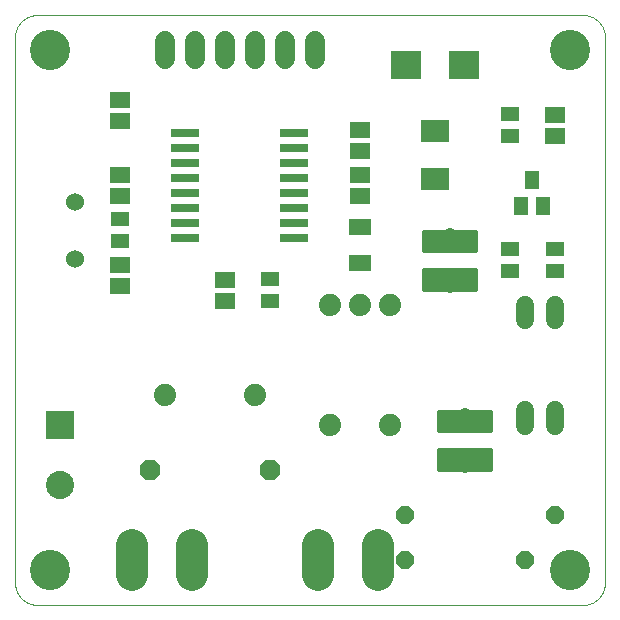
<source format=gts>
G75*
G70*
%OFA0B0*%
%FSLAX24Y24*%
%IPPOS*%
%LPD*%
%AMOC8*
5,1,8,0,0,1.08239X$1,22.5*
%
%ADD10C,0.0000*%
%ADD11C,0.1340*%
%ADD12R,0.0946X0.0316*%
%ADD13C,0.0600*%
%ADD14R,0.0651X0.0533*%
%ADD15R,0.0631X0.0493*%
%ADD16OC8,0.0680*%
%ADD17C,0.1080*%
%ADD18OC8,0.0600*%
%ADD19C,0.0600*%
%ADD20R,0.0940X0.0940*%
%ADD21C,0.0940*%
%ADD22C,0.0740*%
%ADD23C,0.0154*%
%ADD24R,0.1005X0.0966*%
%ADD25R,0.0730X0.0533*%
%ADD26R,0.0930X0.0781*%
%ADD27C,0.0680*%
%ADD28R,0.0474X0.0631*%
%ADD29C,0.0671*%
D10*
X000180Y000887D02*
X000180Y018998D01*
X000182Y019052D01*
X000187Y019105D01*
X000196Y019158D01*
X000209Y019210D01*
X000225Y019262D01*
X000245Y019312D01*
X000268Y019360D01*
X000295Y019407D01*
X000324Y019452D01*
X000357Y019495D01*
X000392Y019535D01*
X000430Y019573D01*
X000470Y019608D01*
X000513Y019641D01*
X000558Y019670D01*
X000605Y019697D01*
X000653Y019720D01*
X000703Y019740D01*
X000755Y019756D01*
X000807Y019769D01*
X000860Y019778D01*
X000913Y019783D01*
X000967Y019785D01*
X019078Y019785D01*
X019132Y019783D01*
X019185Y019778D01*
X019238Y019769D01*
X019290Y019756D01*
X019342Y019740D01*
X019392Y019720D01*
X019440Y019697D01*
X019487Y019670D01*
X019532Y019641D01*
X019575Y019608D01*
X019615Y019573D01*
X019653Y019535D01*
X019688Y019495D01*
X019721Y019452D01*
X019750Y019407D01*
X019777Y019360D01*
X019800Y019312D01*
X019820Y019262D01*
X019836Y019210D01*
X019849Y019158D01*
X019858Y019105D01*
X019863Y019052D01*
X019865Y018998D01*
X019865Y000887D01*
X019863Y000833D01*
X019858Y000780D01*
X019849Y000727D01*
X019836Y000675D01*
X019820Y000623D01*
X019800Y000573D01*
X019777Y000525D01*
X019750Y000478D01*
X019721Y000433D01*
X019688Y000390D01*
X019653Y000350D01*
X019615Y000312D01*
X019575Y000277D01*
X019532Y000244D01*
X019487Y000215D01*
X019440Y000188D01*
X019392Y000165D01*
X019342Y000145D01*
X019290Y000129D01*
X019238Y000116D01*
X019185Y000107D01*
X019132Y000102D01*
X019078Y000100D01*
X000967Y000100D01*
X000913Y000102D01*
X000860Y000107D01*
X000807Y000116D01*
X000755Y000129D01*
X000703Y000145D01*
X000653Y000165D01*
X000605Y000188D01*
X000558Y000215D01*
X000513Y000244D01*
X000470Y000277D01*
X000430Y000312D01*
X000392Y000350D01*
X000357Y000390D01*
X000324Y000433D01*
X000295Y000478D01*
X000268Y000525D01*
X000245Y000573D01*
X000225Y000623D01*
X000209Y000675D01*
X000196Y000727D01*
X000187Y000780D01*
X000182Y000833D01*
X000180Y000887D01*
D11*
X001361Y001281D03*
X018684Y001281D03*
X018684Y018604D03*
X001361Y018604D03*
D12*
X005869Y015850D03*
X005869Y015350D03*
X005869Y014850D03*
X005869Y014350D03*
X005869Y013850D03*
X005869Y013350D03*
X005869Y012850D03*
X005869Y012350D03*
X009491Y012350D03*
X009491Y012850D03*
X009491Y013350D03*
X009491Y013850D03*
X009491Y014350D03*
X009491Y014850D03*
X009491Y015350D03*
X009491Y015850D03*
D13*
X002180Y013550D03*
X002180Y011650D03*
D14*
X003680Y011454D03*
X003680Y010746D03*
X003680Y013746D03*
X003680Y014454D03*
X003680Y016246D03*
X003680Y016954D03*
X007180Y010954D03*
X007180Y010246D03*
X011680Y013746D03*
X011680Y014454D03*
X011680Y015246D03*
X011680Y015954D03*
X018180Y015746D03*
X018180Y016454D03*
D15*
X016680Y016474D03*
X016680Y015726D03*
X016680Y011974D03*
X016680Y011226D03*
X018180Y011226D03*
X018180Y011974D03*
X008680Y010974D03*
X008680Y010226D03*
X003680Y012226D03*
X003680Y012974D03*
D16*
X004680Y004600D03*
X008680Y004600D03*
D17*
X010280Y002100D02*
X010280Y001100D01*
X012280Y001100D02*
X012280Y002100D01*
X006080Y002100D02*
X006080Y001100D01*
X004080Y001100D02*
X004080Y002100D01*
D18*
X013180Y001600D03*
X013180Y003100D03*
X017180Y001600D03*
X018180Y003100D03*
D19*
X018180Y006080D02*
X018180Y006600D01*
X017180Y006600D02*
X017180Y006080D01*
X017180Y009600D02*
X017180Y010120D01*
X018180Y010120D02*
X018180Y009600D01*
D20*
X001680Y006100D03*
D21*
X001680Y004100D03*
D22*
X005180Y007100D03*
X008180Y007100D03*
X010680Y006100D03*
X012680Y006100D03*
X012680Y010100D03*
X011680Y010100D03*
X010680Y010100D03*
D23*
X015529Y010653D02*
X015529Y011267D01*
X015529Y010653D02*
X013831Y010653D01*
X013831Y011267D01*
X015529Y011267D01*
X015529Y010806D02*
X013831Y010806D01*
X013831Y010959D02*
X015529Y010959D01*
X015529Y011112D02*
X013831Y011112D01*
X013831Y011265D02*
X015529Y011265D01*
X015529Y011933D02*
X015529Y012547D01*
X015529Y011933D02*
X013831Y011933D01*
X013831Y012547D01*
X015529Y012547D01*
X015529Y012086D02*
X013831Y012086D01*
X013831Y012239D02*
X015529Y012239D01*
X015529Y012392D02*
X013831Y012392D01*
X013831Y012545D02*
X015529Y012545D01*
X014331Y006547D02*
X014331Y005933D01*
X014331Y006547D02*
X016029Y006547D01*
X016029Y005933D01*
X014331Y005933D01*
X014331Y006086D02*
X016029Y006086D01*
X016029Y006239D02*
X014331Y006239D01*
X014331Y006392D02*
X016029Y006392D01*
X016029Y006545D02*
X014331Y006545D01*
X014331Y005267D02*
X014331Y004653D01*
X014331Y005267D02*
X016029Y005267D01*
X016029Y004653D01*
X014331Y004653D01*
X014331Y004806D02*
X016029Y004806D01*
X016029Y004959D02*
X014331Y004959D01*
X014331Y005112D02*
X016029Y005112D01*
X016029Y005265D02*
X014331Y005265D01*
D24*
X015145Y018100D03*
X013215Y018100D03*
D25*
X011680Y012691D03*
X011680Y011509D03*
D26*
X014180Y014301D03*
X014180Y015903D03*
D27*
X010180Y018300D02*
X010180Y018900D01*
X009180Y018900D02*
X009180Y018300D01*
X008180Y018300D02*
X008180Y018900D01*
X007180Y018900D02*
X007180Y018300D01*
X006180Y018300D02*
X006180Y018900D01*
X005180Y018900D02*
X005180Y018300D01*
D28*
X017056Y013417D03*
X017804Y013417D03*
X017430Y014283D03*
D29*
X014680Y012350D03*
X014680Y010850D03*
X015180Y006350D03*
X015180Y004850D03*
M02*

</source>
